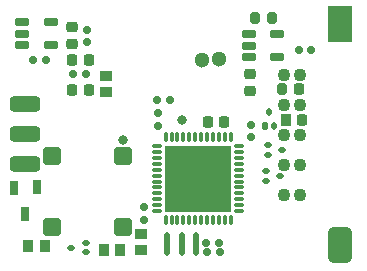
<source format=gts>
G04 Layer_Color=8388736*
%FSLAX25Y25*%
%MOIN*%
G70*
G01*
G75*
%ADD43C,0.03150*%
G04:AMPARAMS|DCode=59|XSize=23.62mil|YSize=27.56mil|CornerRadius=6.89mil|HoleSize=0mil|Usage=FLASHONLY|Rotation=90.000|XOffset=0mil|YOffset=0mil|HoleType=Round|Shape=RoundedRectangle|*
%AMROUNDEDRECTD59*
21,1,0.02362,0.01378,0,0,90.0*
21,1,0.00984,0.02756,0,0,90.0*
1,1,0.01378,0.00689,0.00492*
1,1,0.01378,0.00689,-0.00492*
1,1,0.01378,-0.00689,-0.00492*
1,1,0.01378,-0.00689,0.00492*
%
%ADD59ROUNDEDRECTD59*%
%ADD60R,0.03543X0.03937*%
G04:AMPARAMS|DCode=61|XSize=23.62mil|YSize=27.56mil|CornerRadius=6.89mil|HoleSize=0mil|Usage=FLASHONLY|Rotation=180.000|XOffset=0mil|YOffset=0mil|HoleType=Round|Shape=RoundedRectangle|*
%AMROUNDEDRECTD61*
21,1,0.02362,0.01378,0,0,180.0*
21,1,0.00984,0.02756,0,0,180.0*
1,1,0.01378,-0.00492,0.00689*
1,1,0.01378,0.00492,0.00689*
1,1,0.01378,0.00492,-0.00689*
1,1,0.01378,-0.00492,-0.00689*
%
%ADD61ROUNDEDRECTD61*%
%ADD62R,0.03937X0.03543*%
%ADD63R,0.02559X0.04724*%
%ADD64R,0.08268X0.12205*%
G04:AMPARAMS|DCode=65|XSize=122.05mil|YSize=82.68mil|CornerRadius=21.65mil|HoleSize=0mil|Usage=FLASHONLY|Rotation=270.000|XOffset=0mil|YOffset=0mil|HoleType=Round|Shape=RoundedRectangle|*
%AMROUNDEDRECTD65*
21,1,0.12205,0.03937,0,0,270.0*
21,1,0.07874,0.08268,0,0,270.0*
1,1,0.04331,-0.01969,-0.03937*
1,1,0.04331,-0.01969,0.03937*
1,1,0.04331,0.01969,0.03937*
1,1,0.04331,0.01969,-0.03937*
%
%ADD65ROUNDEDRECTD65*%
G04:AMPARAMS|DCode=66|XSize=102.36mil|YSize=51.18mil|CornerRadius=13.78mil|HoleSize=0mil|Usage=FLASHONLY|Rotation=180.000|XOffset=0mil|YOffset=0mil|HoleType=Round|Shape=RoundedRectangle|*
%AMROUNDEDRECTD66*
21,1,0.10236,0.02362,0,0,180.0*
21,1,0.07480,0.05118,0,0,180.0*
1,1,0.02756,-0.03740,0.01181*
1,1,0.02756,0.03740,0.01181*
1,1,0.02756,0.03740,-0.01181*
1,1,0.02756,-0.03740,-0.01181*
%
%ADD66ROUNDEDRECTD66*%
G04:AMPARAMS|DCode=67|XSize=39.37mil|YSize=35.43mil|CornerRadius=9.84mil|HoleSize=0mil|Usage=FLASHONLY|Rotation=270.000|XOffset=0mil|YOffset=0mil|HoleType=Round|Shape=RoundedRectangle|*
%AMROUNDEDRECTD67*
21,1,0.03937,0.01575,0,0,270.0*
21,1,0.01969,0.03543,0,0,270.0*
1,1,0.01969,-0.00787,-0.00984*
1,1,0.01969,-0.00787,0.00984*
1,1,0.01969,0.00787,0.00984*
1,1,0.01969,0.00787,-0.00984*
%
%ADD67ROUNDEDRECTD67*%
G04:AMPARAMS|DCode=68|XSize=29.53mil|YSize=47.24mil|CornerRadius=8.37mil|HoleSize=0mil|Usage=FLASHONLY|Rotation=90.000|XOffset=0mil|YOffset=0mil|HoleType=Round|Shape=RoundedRectangle|*
%AMROUNDEDRECTD68*
21,1,0.02953,0.03051,0,0,90.0*
21,1,0.01280,0.04724,0,0,90.0*
1,1,0.01673,0.01526,0.00640*
1,1,0.01673,0.01526,-0.00640*
1,1,0.01673,-0.01526,-0.00640*
1,1,0.01673,-0.01526,0.00640*
%
%ADD68ROUNDEDRECTD68*%
G04:AMPARAMS|DCode=69|XSize=39.37mil|YSize=35.43mil|CornerRadius=9.84mil|HoleSize=0mil|Usage=FLASHONLY|Rotation=0.000|XOffset=0mil|YOffset=0mil|HoleType=Round|Shape=RoundedRectangle|*
%AMROUNDEDRECTD69*
21,1,0.03937,0.01575,0,0,0.0*
21,1,0.01969,0.03543,0,0,0.0*
1,1,0.01969,0.00984,-0.00787*
1,1,0.01969,-0.00984,-0.00787*
1,1,0.01969,-0.00984,0.00787*
1,1,0.01969,0.00984,0.00787*
%
%ADD69ROUNDEDRECTD69*%
G04:AMPARAMS|DCode=70|XSize=62.99mil|YSize=62.99mil|CornerRadius=16.73mil|HoleSize=0mil|Usage=FLASHONLY|Rotation=180.000|XOffset=0mil|YOffset=0mil|HoleType=Round|Shape=RoundedRectangle|*
%AMROUNDEDRECTD70*
21,1,0.06299,0.02953,0,0,180.0*
21,1,0.02953,0.06299,0,0,180.0*
1,1,0.03347,-0.01476,0.01476*
1,1,0.03347,0.01476,0.01476*
1,1,0.03347,0.01476,-0.01476*
1,1,0.03347,-0.01476,-0.01476*
%
%ADD70ROUNDEDRECTD70*%
G04:AMPARAMS|DCode=71|XSize=19.69mil|YSize=78.74mil|CornerRadius=5.91mil|HoleSize=0mil|Usage=FLASHONLY|Rotation=180.000|XOffset=0mil|YOffset=0mil|HoleType=Round|Shape=RoundedRectangle|*
%AMROUNDEDRECTD71*
21,1,0.01969,0.06693,0,0,180.0*
21,1,0.00787,0.07874,0,0,180.0*
1,1,0.01181,-0.00394,0.03347*
1,1,0.01181,0.00394,0.03347*
1,1,0.01181,0.00394,-0.03347*
1,1,0.01181,-0.00394,-0.03347*
%
%ADD71ROUNDEDRECTD71*%
G04:AMPARAMS|DCode=72|XSize=17.72mil|YSize=25.59mil|CornerRadius=5.41mil|HoleSize=0mil|Usage=FLASHONLY|Rotation=90.000|XOffset=0mil|YOffset=0mil|HoleType=Round|Shape=RoundedRectangle|*
%AMROUNDEDRECTD72*
21,1,0.01772,0.01476,0,0,90.0*
21,1,0.00689,0.02559,0,0,90.0*
1,1,0.01083,0.00738,0.00345*
1,1,0.01083,0.00738,-0.00345*
1,1,0.01083,-0.00738,-0.00345*
1,1,0.01083,-0.00738,0.00345*
%
%ADD72ROUNDEDRECTD72*%
G04:AMPARAMS|DCode=73|XSize=17.72mil|YSize=25.59mil|CornerRadius=5.41mil|HoleSize=0mil|Usage=FLASHONLY|Rotation=180.000|XOffset=0mil|YOffset=0mil|HoleType=Round|Shape=RoundedRectangle|*
%AMROUNDEDRECTD73*
21,1,0.01772,0.01476,0,0,180.0*
21,1,0.00689,0.02559,0,0,180.0*
1,1,0.01083,-0.00345,0.00738*
1,1,0.01083,0.00345,0.00738*
1,1,0.01083,0.00345,-0.00738*
1,1,0.01083,-0.00345,-0.00738*
%
%ADD73ROUNDEDRECTD73*%
G04:AMPARAMS|DCode=74|XSize=17.72mil|YSize=25.59mil|CornerRadius=0mil|HoleSize=0mil|Usage=FLASHONLY|Rotation=180.000|XOffset=0mil|YOffset=0mil|HoleType=Round|Shape=Octagon|*
%AMOCTAGOND74*
4,1,8,0.00443,-0.01280,-0.00443,-0.01280,-0.00886,-0.00837,-0.00886,0.00837,-0.00443,0.01280,0.00443,0.01280,0.00886,0.00837,0.00886,-0.00837,0.00443,-0.01280,0.0*
%
%ADD74OCTAGOND74*%

G04:AMPARAMS|DCode=75|XSize=39.37mil|YSize=35.43mil|CornerRadius=0mil|HoleSize=0mil|Usage=FLASHONLY|Rotation=90.000|XOffset=0mil|YOffset=0mil|HoleType=Round|Shape=Octagon|*
%AMOCTAGOND75*
4,1,8,0.00886,0.01969,-0.00886,0.01969,-0.01772,0.01083,-0.01772,-0.01083,-0.00886,-0.01969,0.00886,-0.01969,0.01772,-0.01083,0.01772,0.01083,0.00886,0.01969,0.0*
%
%ADD75OCTAGOND75*%

%ADD76R,0.22441X0.22441*%
%ADD77O,0.03740X0.01378*%
%ADD78O,0.01378X0.03740*%
G04:AMPARAMS|DCode=79|XSize=39.37mil|YSize=31.5mil|CornerRadius=8.86mil|HoleSize=0mil|Usage=FLASHONLY|Rotation=90.000|XOffset=0mil|YOffset=0mil|HoleType=Round|Shape=RoundedRectangle|*
%AMROUNDEDRECTD79*
21,1,0.03937,0.01378,0,0,90.0*
21,1,0.02165,0.03150,0,0,90.0*
1,1,0.01772,0.00689,0.01083*
1,1,0.01772,0.00689,-0.01083*
1,1,0.01772,-0.00689,-0.01083*
1,1,0.01772,-0.00689,0.01083*
%
%ADD79ROUNDEDRECTD79*%
%ADD80C,0.05118*%
%ADD81C,0.04331*%
D43*
X38583Y42028D02*
D03*
X58268Y48524D02*
D03*
D59*
X101555Y71850D02*
D03*
X97264D02*
D03*
X66555Y7677D02*
D03*
X70846D02*
D03*
X26457Y63878D02*
D03*
X22165D02*
D03*
X12953Y68504D02*
D03*
X8661D02*
D03*
X66654Y4528D02*
D03*
X70945D02*
D03*
X54508Y55216D02*
D03*
X50217D02*
D03*
D60*
X7087Y6496D02*
D03*
X12598D02*
D03*
X32276Y5307D02*
D03*
X37787D02*
D03*
X93012Y48524D02*
D03*
D61*
X26575Y74528D02*
D03*
Y78819D02*
D03*
X81398Y42835D02*
D03*
Y47126D02*
D03*
X50394Y51063D02*
D03*
Y46772D02*
D03*
X45768Y19665D02*
D03*
Y15374D02*
D03*
D62*
X33206Y63448D02*
D03*
Y57936D02*
D03*
X44783Y5217D02*
D03*
Y10728D02*
D03*
D63*
X9941Y26161D02*
D03*
X2461Y25964D02*
D03*
X6201Y17264D02*
D03*
D64*
X110925Y80512D02*
D03*
D65*
Y6890D02*
D03*
D66*
X5906Y33848D02*
D03*
Y43848D02*
D03*
Y53848D02*
D03*
D67*
X21752Y58661D02*
D03*
X27264D02*
D03*
X27264Y68504D02*
D03*
X21752D02*
D03*
X97342Y58957D02*
D03*
X72441Y47933D02*
D03*
X66929D02*
D03*
X98524Y48524D02*
D03*
D68*
X14665Y81201D02*
D03*
Y73721D02*
D03*
X5217D02*
D03*
Y77461D02*
D03*
Y81201D02*
D03*
X90059Y77165D02*
D03*
Y69685D02*
D03*
X80610D02*
D03*
Y73425D02*
D03*
Y77165D02*
D03*
D69*
X21752Y74016D02*
D03*
Y79527D02*
D03*
X80905Y58465D02*
D03*
Y63976D02*
D03*
D70*
X38583Y13091D02*
D03*
X14961D02*
D03*
X38583Y36713D02*
D03*
X14961D02*
D03*
D71*
X53543Y7382D02*
D03*
X58268D02*
D03*
X62992D02*
D03*
D72*
X91142Y30020D02*
D03*
X86417Y28445D02*
D03*
Y31594D02*
D03*
X91634Y38681D02*
D03*
X86910Y37106D02*
D03*
Y40256D02*
D03*
X21555Y6102D02*
D03*
X26280Y7677D02*
D03*
Y4528D02*
D03*
D73*
X87500Y51279D02*
D03*
X89075Y46555D02*
D03*
D74*
X85925D02*
D03*
D75*
X91831Y58957D02*
D03*
D76*
X63779Y29134D02*
D03*
D77*
X50000Y18307D02*
D03*
Y20276D02*
D03*
Y22244D02*
D03*
Y24213D02*
D03*
Y26181D02*
D03*
Y28150D02*
D03*
Y30118D02*
D03*
Y32087D02*
D03*
Y34055D02*
D03*
Y36024D02*
D03*
Y37992D02*
D03*
Y39961D02*
D03*
X77559D02*
D03*
Y37992D02*
D03*
Y36024D02*
D03*
Y34055D02*
D03*
Y32087D02*
D03*
Y30118D02*
D03*
Y28150D02*
D03*
Y26181D02*
D03*
Y24213D02*
D03*
Y22244D02*
D03*
Y20276D02*
D03*
Y18307D02*
D03*
D78*
X52953Y42913D02*
D03*
X54921D02*
D03*
X56890D02*
D03*
X58858D02*
D03*
X60827D02*
D03*
X62795D02*
D03*
X64764D02*
D03*
X66732D02*
D03*
X68701D02*
D03*
X70669D02*
D03*
X72638D02*
D03*
X74606D02*
D03*
Y15354D02*
D03*
X72638D02*
D03*
X70669D02*
D03*
X68701D02*
D03*
X66732D02*
D03*
X64764D02*
D03*
X62795D02*
D03*
X60827D02*
D03*
X58858D02*
D03*
X56890D02*
D03*
X54921D02*
D03*
X52953D02*
D03*
D79*
X88484Y82579D02*
D03*
X82579D02*
D03*
D80*
X65158Y68602D02*
D03*
X70866Y68898D02*
D03*
D81*
X97583Y43657D02*
D03*
Y53657D02*
D03*
Y33658D02*
D03*
Y63657D02*
D03*
Y23658D02*
D03*
X92246D02*
D03*
Y33658D02*
D03*
Y43657D02*
D03*
Y53657D02*
D03*
Y63657D02*
D03*
M02*

</source>
